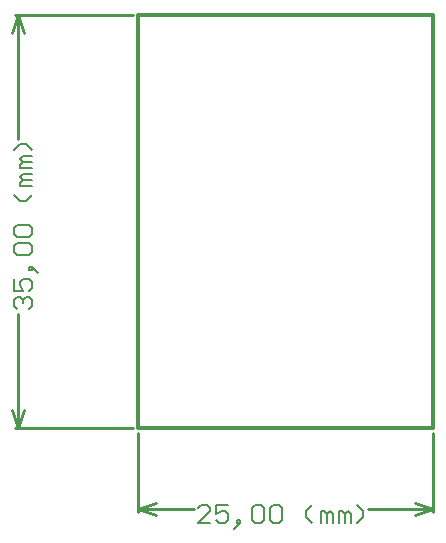
<source format=gm1>
G04 Layer_Color=16711935*
%FSLAX44Y44*%
%MOMM*%
G71*
G01*
G75*
%ADD18C,0.2540*%
%ADD29C,0.3000*%
%ADD30C,0.1524*%
D18*
X250000Y-71120D02*
Y-4040D01*
X0Y-71120D02*
Y-4040D01*
X194827Y-68580D02*
X250000D01*
X0D02*
X47045D01*
X234760Y-63500D02*
X250000Y-68580D01*
X234760Y-73660D02*
X250000Y-68580D01*
X0D02*
X15240Y-73660D01*
X0Y-68580D02*
X15240Y-63500D01*
X-104140Y350000D02*
X-4040D01*
X-104140Y0D02*
X-4040D01*
X-101600Y244827D02*
Y350000D01*
Y0D02*
Y97045D01*
X-106680Y334760D02*
X-101600Y350000D01*
X-96520Y334760D01*
X-101600Y0D02*
X-96520Y15240D01*
X-106680D02*
X-101600Y0D01*
D29*
X0D02*
X250000D01*
Y350000D01*
X0Y0D02*
Y350000D01*
X250000D01*
D30*
X61265Y-80261D02*
X51109D01*
X61265Y-70104D01*
Y-67565D01*
X58726Y-65026D01*
X53648D01*
X51109Y-67565D01*
X76500Y-65026D02*
X66344D01*
Y-72643D01*
X71422Y-70104D01*
X73961D01*
X76500Y-72643D01*
Y-77722D01*
X73961Y-80261D01*
X68883D01*
X66344Y-77722D01*
X84118Y-82800D02*
X86657Y-80261D01*
Y-77722D01*
X84118D01*
Y-80261D01*
X86657D01*
X84118Y-82800D01*
X81579Y-85339D01*
X96814Y-67565D02*
X99353Y-65026D01*
X104431D01*
X106971Y-67565D01*
Y-77722D01*
X104431Y-80261D01*
X99353D01*
X96814Y-77722D01*
Y-67565D01*
X112049D02*
X114588Y-65026D01*
X119666D01*
X122206Y-67565D01*
Y-77722D01*
X119666Y-80261D01*
X114588D01*
X112049Y-77722D01*
Y-67565D01*
X147597Y-80261D02*
X142519Y-75182D01*
Y-70104D01*
X147597Y-65026D01*
X155215Y-80261D02*
Y-70104D01*
X157754D01*
X160293Y-72643D01*
Y-80261D01*
Y-72643D01*
X162832Y-70104D01*
X165372Y-72643D01*
Y-80261D01*
X170450D02*
Y-70104D01*
X172989D01*
X175528Y-72643D01*
Y-80261D01*
Y-72643D01*
X178067Y-70104D01*
X180607Y-72643D01*
Y-80261D01*
X185685D02*
X190763Y-75182D01*
Y-70104D01*
X185685Y-65026D01*
X-102615Y101109D02*
X-105154Y103648D01*
Y108726D01*
X-102615Y111265D01*
X-100076D01*
X-97537Y108726D01*
Y106187D01*
Y108726D01*
X-94998Y111265D01*
X-92458D01*
X-89919Y108726D01*
Y103648D01*
X-92458Y101109D01*
X-105154Y126500D02*
Y116344D01*
X-97537D01*
X-100076Y121422D01*
Y123961D01*
X-97537Y126500D01*
X-92458D01*
X-89919Y123961D01*
Y118883D01*
X-92458Y116344D01*
X-87380Y134118D02*
X-89919Y136657D01*
X-92458D01*
Y134118D01*
X-89919D01*
Y136657D01*
X-87380Y134118D01*
X-84841Y131579D01*
X-102615Y146814D02*
X-105154Y149353D01*
Y154431D01*
X-102615Y156971D01*
X-92458D01*
X-89919Y154431D01*
Y149353D01*
X-92458Y146814D01*
X-102615D01*
Y162049D02*
X-105154Y164588D01*
Y169666D01*
X-102615Y172206D01*
X-92458D01*
X-89919Y169666D01*
Y164588D01*
X-92458Y162049D01*
X-102615D01*
X-89919Y197597D02*
X-94998Y192519D01*
X-100076D01*
X-105154Y197597D01*
X-89919Y205215D02*
X-100076D01*
Y207754D01*
X-97537Y210293D01*
X-89919D01*
X-97537D01*
X-100076Y212832D01*
X-97537Y215372D01*
X-89919D01*
Y220450D02*
X-100076D01*
Y222989D01*
X-97537Y225528D01*
X-89919D01*
X-97537D01*
X-100076Y228067D01*
X-97537Y230607D01*
X-89919D01*
Y235685D02*
X-94998Y240763D01*
X-100076D01*
X-105154Y235685D01*
M02*

</source>
